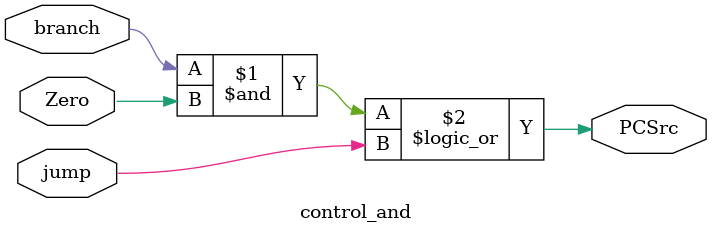
<source format=sv>
module control_and (
    input   logic       branch,
    input   logic       Zero,
    input   logic       jump,
    output  logic       PCSrc
);
    assign PCSrc = ((branch & Zero) || jump);

endmodule


</source>
